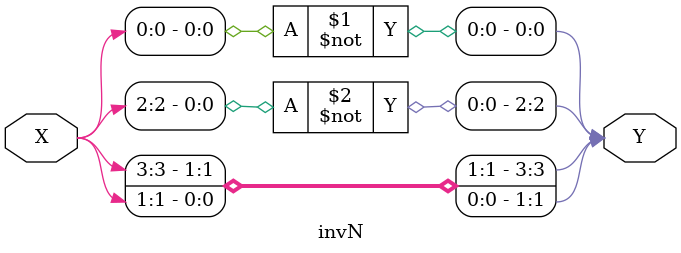
<source format=sv>
module invN #(parameter N=4) (output logic[N-1:0] Y, input logic[N-1:0] X);

//An integer that will never be represented in the final synthesis
genvar i;
genvar j;

generate 
 for (i=0; i<N; i=i+1) 
 begin : i_loop1
	if(i%2 == 0)
	assign Y[i]=~X[i];
	else
	assign Y[i]=X[i];
 end
 
endgenerate

endmodule




</source>
